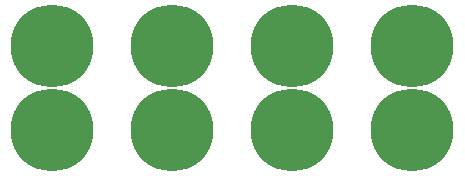
<source format=gbs>
G04 #@! TF.FileFunction,Soldermask,Bot*
%FSLAX46Y46*%
G04 Gerber Fmt 4.6, Leading zero omitted, Abs format (unit mm)*
G04 Created by KiCad (PCBNEW 4.0.6) date 06/24/17 11:59:32*
%MOMM*%
%LPD*%
G01*
G04 APERTURE LIST*
%ADD10C,0.100000*%
%ADD11C,7.004000*%
G04 APERTURE END LIST*
D10*
D11*
X152400000Y-92938600D03*
X152400000Y-100101400D03*
X132080000Y-92938600D03*
X132080000Y-100101400D03*
X142240000Y-92938600D03*
X142240000Y-100101400D03*
X162560000Y-92938600D03*
X162560000Y-100101400D03*
M02*

</source>
